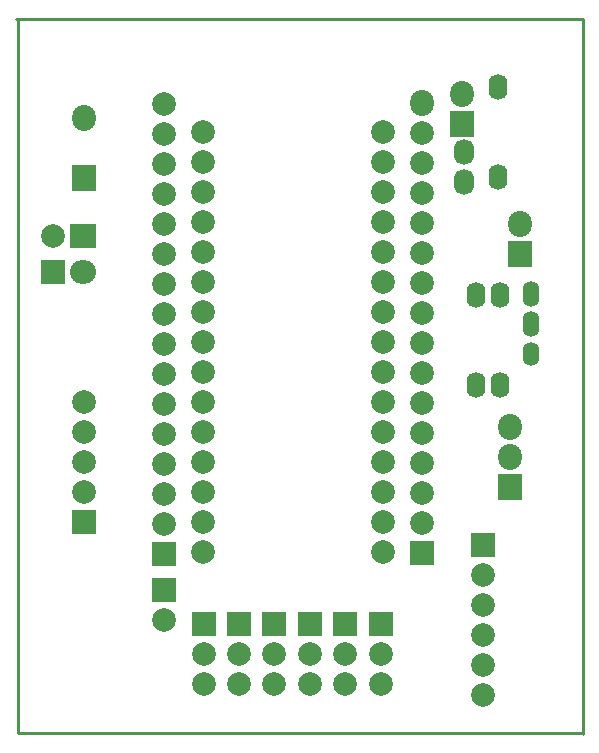
<source format=gts>
%FSTAX23Y23*%
%MOIN*%
%SFA1B1*%

%IPPOS*%
%ADD12C,0.010000*%
%ADD13C,0.078866*%
%ADD14R,0.078866X0.086740*%
%ADD15O,0.078866X0.086740*%
%ADD16O,0.067055X0.086740*%
%ADD17R,0.078866X0.078866*%
%ADD18O,0.063118X0.086740*%
%ADD19R,0.086740X0.078866*%
%ADD20O,0.086740X0.078866*%
%ADD21R,0.078866X0.078866*%
%ADD22O,0.055244X0.086740*%
%ADD23O,0.055244X0.078866*%
%LNbg_pcb-1*%
%LPD*%
G54D12*
X04392Y01317D02*
Y0365D01*
X04386D02*
X06277D01*
X04392Y0127D02*
X06275D01*
X04392D02*
Y01317D01*
X06277Y01268D02*
Y0365D01*
G54D13*
X05009Y01874D03*
Y01974D03*
Y02074D03*
Y02174D03*
Y02274D03*
Y02374D03*
Y02474D03*
Y02574D03*
Y02674D03*
Y02774D03*
Y02874D03*
Y02974D03*
Y03074D03*
Y03174D03*
Y03274D03*
X05609D03*
Y03174D03*
Y03074D03*
Y02974D03*
Y02874D03*
Y02774D03*
Y02674D03*
Y02574D03*
Y02474D03*
Y02374D03*
Y02274D03*
Y02174D03*
Y02074D03*
Y01974D03*
Y01874D03*
X04881Y01645D03*
X04509Y02925D03*
X0574Y0227D03*
Y0197D03*
Y0207D03*
Y0217D03*
Y0237D03*
Y0247D03*
Y0257D03*
Y0267D03*
Y0277D03*
Y0287D03*
Y0297D03*
Y0307D03*
Y0317D03*
Y0327D03*
X0488Y02268D03*
Y01968D03*
Y02068D03*
Y02168D03*
Y02368D03*
Y02468D03*
Y02568D03*
Y02668D03*
Y02768D03*
Y02868D03*
Y02968D03*
Y03068D03*
Y03168D03*
Y03268D03*
Y03368D03*
X04614Y02373D03*
Y02273D03*
Y02173D03*
Y02073D03*
X0513Y01434D03*
Y01534D03*
X05366Y01434D03*
Y01534D03*
X05602Y01434D03*
Y01534D03*
X05012Y01434D03*
Y01534D03*
X05248Y01434D03*
Y01534D03*
X05484Y01434D03*
Y01534D03*
X05945Y01495D03*
Y01795D03*
Y01695D03*
Y01595D03*
Y01395D03*
G54D14*
X06068Y02868D03*
X06034Y0209D03*
X05872Y03299D03*
X04613Y0312D03*
G54D15*
X06068Y02968D03*
X06034Y0219D03*
Y0229D03*
X05872Y03399D03*
X04613Y0332D03*
X0574Y0337D03*
G54D16*
X05879Y03105D03*
Y03205D03*
G54D17*
X04881Y01745D03*
X0574Y0187D03*
X0488Y01868D03*
X04614Y01973D03*
X0513Y01634D03*
X05366D03*
X05602D03*
X05012D03*
X05248D03*
X05484D03*
X05945Y01895D03*
G54D18*
X05995Y03123D03*
Y03423D03*
X05999Y02429D03*
Y02729D03*
X05921Y0243D03*
Y0273D03*
G54D19*
X04609Y02925D03*
G54D20*
X04609Y02807D03*
G54D21*
X04509Y02807D03*
G54D22*
X06105Y02733D03*
Y02633D03*
G54D23*
X06105Y02533D03*
M02*
</source>
